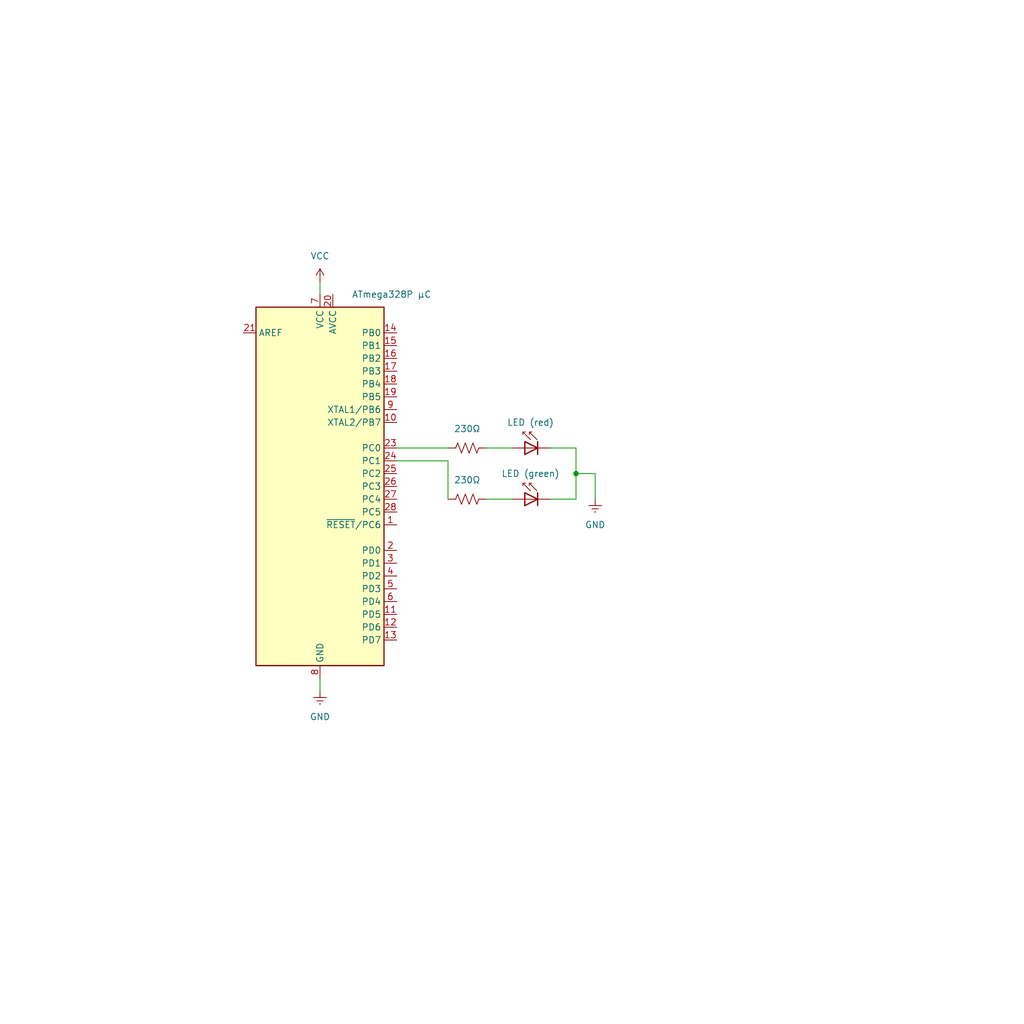
<source format=kicad_sch>
(kicad_sch (version 20250114) (generator "eeschema") (generator_version "9.0")
  (paper "User" 203.2 203.2)
  (title_block (title "Blinky"))
  (lib_symbols
    (symbol "Device:R_US" (pin_numbers (hide yes)) (pin_names (offset 0))
      (property "Reference" "R" (at 2.54 0 90))
      (property "Value" "R_US" (at -2.54 0 90))
      (symbol "R_US_0_1"
        (polyline (pts (xy 0 2.286) (xy 0 2.54)))
        (polyline (pts (xy 0 2.286) (xy 1.016 1.905) (xy 0 1.524) (xy -1.016 1.143) (xy 0 0.762)))
        (polyline (pts (xy 0 0.762) (xy 1.016 0.381) (xy 0 0) (xy -1.016 -0.381) (xy 0 -0.762)))
        (polyline (pts (xy 0 -0.762) (xy 1.016 -1.143) (xy 0 -1.524) (xy -1.016 -1.905) (xy 0 -2.286)))
        (polyline (pts (xy 0 -2.286) (xy 0 -2.54)))
      )
      (symbol "R_US_1_1"
        (pin passive line (at 0 3.81 270) (length 1.27) (name "~") (number "1"))
        (pin passive line (at 0 -3.81 90) (length 1.27) (name "~") (number "2"))
      )
    )
    (symbol "LED:LD274" (pin_numbers (hide yes)) (pin_names (offset 1.016) (hide yes))
      (property "Reference" "D" (at 0.508 1.778 0))
      (property "Value" "LD274" (at -1.016 -2.794 0))
      (symbol "LD274_0_1"
        (polyline (pts (xy -2.54 1.27) (xy -2.54 -1.27)) (stroke (width 0.254)))
        (polyline (pts (xy -2.413 1.651) (xy -0.889 3.175) (xy -0.889 2.667) (xy -0.889 3.175) (xy -1.397 3.175)))
        (polyline (pts (xy -1.143 1.651) (xy 0.381 3.175) (xy 0.381 2.667)))
        (polyline (pts (xy 0 0) (xy -2.54 0)))
        (polyline (pts (xy 0 -1.27) (xy -2.54 0) (xy 0 1.27) (xy 0 -1.27)) (stroke (width 0.254)))
        (polyline (pts (xy 0.381 3.175) (xy -0.127 3.175)))
      )
      (symbol "LD274_1_1"
        (pin passive line (at -5.08 0 0) (length 2.54) (name "K") (number "1"))
        (pin passive line (at 2.54 0 180) (length 2.54) (name "A") (number "2"))
      )
    )
    (symbol "MCU_Microchip_ATmega:ATmega328P-P"
      (property "Reference" "U" (at -12.7 36.83 0))
      (property "Value" "ATmega328P-P" (at 2.54 -36.83 0))
      (symbol "ATmega328P-P_0_1"
        (rectangle (start -12.7 -35.56) (end 12.7 35.56) (stroke (width 0.254)) (fill (type background)))
      )
      (symbol "ATmega328P-P_1_1"
        (pin passive line (at -15.24 30.48 0) (length 2.54) (name "AREF") (number "21"))
        (pin power_in line (at 0 38.1 270) (length 2.54) (name "VCC") (number "7"))
        (pin passive line (at 0 -38.1 90) (length 2.54) (hide yes) (name "GND") (number "22"))
        (pin power_in line (at 0 -38.1 90) (length 2.54) (name "GND") (number "8"))
        (pin power_in line (at 2.54 38.1 270) (length 2.54) (name "AVCC") (number "20"))
        (pin bidirectional line (at 15.24 30.48 180) (length 2.54) (name "PB0") (number "14"))
        (pin bidirectional line (at 15.24 27.94 180) (length 2.54) (name "PB1") (number "15"))
        (pin bidirectional line (at 15.24 25.4 180) (length 2.54) (name "PB2") (number "16"))
        (pin bidirectional line (at 15.24 22.86 180) (length 2.54) (name "PB3") (number "17"))
        (pin bidirectional line (at 15.24 20.32 180) (length 2.54) (name "PB4") (number "18"))
        (pin bidirectional line (at 15.24 17.78 180) (length 2.54) (name "PB5") (number "19"))
        (pin bidirectional line (at 15.24 15.24 180) (length 2.54) (name "XTAL1/PB6") (number "9"))
        (pin bidirectional line (at 15.24 12.7 180) (length 2.54) (name "XTAL2/PB7") (number "10"))
        (pin bidirectional line (at 15.24 7.62 180) (length 2.54) (name "PC0") (number "23"))
        (pin bidirectional line (at 15.24 5.08 180) (length 2.54) (name "PC1") (number "24"))
        (pin bidirectional line (at 15.24 2.54 180) (length 2.54) (name "PC2") (number "25"))
        (pin bidirectional line (at 15.24 0 180) (length 2.54) (name "PC3") (number "26"))
        (pin bidirectional line (at 15.24 -2.54 180) (length 2.54) (name "PC4") (number "27"))
        (pin bidirectional line (at 15.24 -5.08 180) (length 2.54) (name "PC5") (number "28"))
        (pin bidirectional line (at 15.24 -7.62 180) (length 2.54) (name "~{RESET}/PC6") (number "1"))
        (pin bidirectional line (at 15.24 -12.7 180) (length 2.54) (name "PD0") (number "2"))
        (pin bidirectional line (at 15.24 -15.24 180) (length 2.54) (name "PD1") (number "3"))
        (pin bidirectional line (at 15.24 -17.78 180) (length 2.54) (name "PD2") (number "4"))
        (pin bidirectional line (at 15.24 -20.32 180) (length 2.54) (name "PD3") (number "5"))
        (pin bidirectional line (at 15.24 -22.86 180) (length 2.54) (name "PD4") (number "6"))
        (pin bidirectional line (at 15.24 -25.4 180) (length 2.54) (name "PD5") (number "11"))
        (pin bidirectional line (at 15.24 -27.94 180) (length 2.54) (name "PD6") (number "12"))
        (pin bidirectional line (at 15.24 -30.48 180) (length 2.54) (name "PD7") (number "13"))
      )
    )
    (symbol "power:Earth" (power) (pin_numbers (hide yes)) (pin_names (offset 0) (hide yes))
      (property "Value" "Earth" (at 0 -3.81 0))
      (symbol "Earth_0_1"
        (polyline (pts (xy -0.635 -1.905) (xy 0.635 -1.905)))
        (polyline (pts (xy -0.127 -2.54) (xy 0.127 -2.54)))
        (polyline (pts (xy 0 -1.27) (xy 0 0)))
        (polyline (pts (xy 1.27 -1.27) (xy -1.27 -1.27)))
      )
      (symbol "Earth_1_1"
        (pin power_in line (at 0 0 270) (length 0) (name "~") (number "1"))
      )
    )
    (symbol "power:VCC" (power) (pin_numbers (hide yes)) (pin_names (offset 0) (hide yes))
      (property "Value" "VCC" (at 0 3.556 0))
      (symbol "VCC_0_1"
        (polyline (pts (xy -0.762 1.27) (xy 0 2.54)))
        (polyline (pts (xy 0 2.54) (xy 0.762 1.27)))
        (polyline (pts (xy 0 0) (xy 0 2.54)))
      )
      (symbol "VCC_1_1"
        (pin power_in line (at 0 0 90) (length 0) (name "~") (number "1"))
      )
    )
  )
  (junction (at 114.3 93.98))
  (wire (pts (xy 114.3 93.98) (xy 118.11 93.98)))
  (wire (pts (xy 88.9 91.44) (xy 88.9 99.06)))
  (wire (pts (xy 63.5 134.62) (xy 63.5 137.16)))
  (wire (pts (xy 109.22 99.06) (xy 114.3 99.06)))
  (wire (pts (xy 114.3 93.98) (xy 114.3 99.06)))
  (wire (pts (xy 114.3 88.9) (xy 114.3 93.98)))
  (wire (pts (xy 118.11 93.98) (xy 118.11 99.06)))
  (wire (pts (xy 109.22 88.9) (xy 114.3 88.9)))
  (wire (pts (xy 96.52 88.9) (xy 101.6 88.9)))
  (wire (pts (xy 78.74 91.44) (xy 88.9 91.44)))
  (wire (pts (xy 78.74 88.9) (xy 88.9 88.9)))
  (wire (pts (xy 63.5 55.88) (xy 63.5 58.42)))
  (wire (pts (xy 96.52 99.06) (xy 101.6 99.06)))
  (symbol (lib_id "LED:LD274") (at 104.14 88.9 0) (mirror y) (unit 1)
    (property "Reference" "D1" (effects (hide yes)))
    (property "Value" "LED (red)" (at 105.283 83.82 0))
    (property "Footprint" "LED_THT:LED_D5.0mm_IRGrey" (effects (hide yes)))
    (property "Datasheet" "http://pdf.datasheetcatalog.com/datasheet/siemens/LD274.pdf" (effects (hide yes)))
    (property "Description" "950nm IR-LED, 5mm" (effects (hide yes)))
  )
  (symbol (lib_id "MCU_Microchip_ATmega:ATmega328P-P") (at 63.5 96.52 0) (unit 1)
    (property "Reference" "U2" (effects (hide yes)))
    (property "Value" "ATmega328P µC" (at 77.724 58.42 0))
    (property "Footprint" "Package_DIP:DIP-28_W7.62mm" (effects (hide yes)))
    (property "Datasheet" "http://ww1.microchip.com/downloads/en/DeviceDoc/ATmega328_P%20AVR%20MCU%20with%20picoPower%20Technology%20Data%20Sheet%2040001984A.pdf" (effects (hide yes)))
    (property "Description" "20MHz, 32kB Flash, 2kB SRAM, 1kB EEPROM, DIP-28" (effects (hide yes)))
  )
  (symbol (lib_id "power:VCC") (at 63.5 55.88 0) (unit 1)
    (property "Reference" "#PWR09" (effects (hide yes)))
    (property "Value" "VCC" (at 63.5 50.8 0))
    (property "Description" "Power symbol creates a global label with name \"VCC\"" (effects (hide yes)))
  )
  (symbol (lib_id "power:Earth") (at 63.5 137.16 0) (unit 1)
    (property "Reference" "#PWR08" (effects (hide yes)))
    (property "Value" "GND" (at 63.5 142.24 0))
    (property "Description" "Power symbol creates a global label with name \"Earth\"" (effects (hide yes)))
  )
  (symbol (lib_id "power:Earth") (at 118.11 99.06 0) (unit 1)
    (property "Reference" "#PWR010" (effects (hide yes)))
    (property "Value" "GND" (at 118.11 104.14 0))
    (property "Description" "Power symbol creates a global label with name \"Earth\"" (effects (hide yes)))
  )
  (symbol (lib_id "Device:R_US") (at 92.71 99.06 90) (unit 1)
    (property "Reference" "R2" (effects (hide yes)))
    (property "Value" "230Ω" (at 92.71 95.25 90))
    (property "Description" "Resistor, US symbol" (effects (hide yes)))
  )
  (symbol (lib_id "Device:R_US") (at 92.71 88.9 90) (unit 1)
    (property "Reference" "R1" (effects (hide yes)))
    (property "Value" "230Ω" (at 92.71 85.09 90))
    (property "Description" "Resistor, US symbol" (effects (hide yes)))
  )
  (symbol (lib_id "LED:LD274") (at 104.14 99.06 0) (mirror y) (unit 1)
    (property "Reference" "D2" (effects (hide yes)))
    (property "Value" "LED (green)" (at 105.283 93.98 0))
    (property "Footprint" "LED_THT:LED_D5.0mm_IRGrey" (effects (hide yes)))
    (property "Datasheet" "http://pdf.datasheetcatalog.com/datasheet/siemens/LD274.pdf" (effects (hide yes)))
    (property "Description" "950nm IR-LED, 5mm" (effects (hide yes)))
  )
)
</source>
